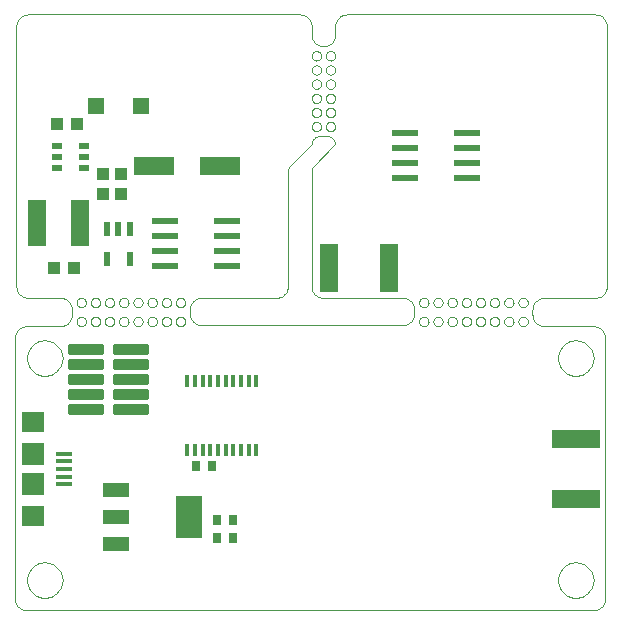
<source format=gtp>
G75*
%MOIN*%
%OFA0B0*%
%FSLAX24Y24*%
%IPPOS*%
%LPD*%
%AMOC8*
5,1,8,0,0,1.08239X$1,22.5*
%
%ADD10C,0.0000*%
%ADD11R,0.0120X0.0390*%
%ADD12R,0.0551X0.0138*%
%ADD13R,0.0748X0.0709*%
%ADD14R,0.0748X0.0748*%
%ADD15R,0.0880X0.0480*%
%ADD16R,0.0866X0.1417*%
%ADD17R,0.1600X0.0600*%
%ADD18C,0.0104*%
%ADD19R,0.0295X0.0354*%
%ADD20R,0.0870X0.0240*%
%ADD21R,0.0354X0.0236*%
%ADD22R,0.0217X0.0472*%
%ADD23R,0.0591X0.1575*%
%ADD24R,0.0433X0.0394*%
%ADD25R,0.0551X0.0551*%
%ADD26R,0.1378X0.0630*%
%ADD27R,0.0394X0.0433*%
%ADD28R,0.0600X0.1600*%
D10*
X003717Y001725D02*
X003717Y010398D01*
X003719Y010437D01*
X003725Y010475D01*
X003734Y010512D01*
X003747Y010549D01*
X003764Y010584D01*
X003783Y010617D01*
X003806Y010648D01*
X003832Y010677D01*
X003861Y010703D01*
X003892Y010726D01*
X003925Y010745D01*
X003960Y010762D01*
X003997Y010775D01*
X004034Y010784D01*
X004072Y010790D01*
X004111Y010792D01*
X005225Y010792D01*
X005225Y010791D02*
X005264Y010793D01*
X005302Y010799D01*
X005339Y010808D01*
X005376Y010821D01*
X005411Y010838D01*
X005444Y010857D01*
X005475Y010880D01*
X005504Y010906D01*
X005530Y010935D01*
X005553Y010966D01*
X005572Y010999D01*
X005589Y011034D01*
X005602Y011071D01*
X005611Y011108D01*
X005617Y011146D01*
X005619Y011185D01*
X005618Y011185D02*
X005618Y011264D01*
X005619Y011342D01*
X005776Y011579D02*
X005778Y011604D01*
X005784Y011628D01*
X005793Y011650D01*
X005806Y011671D01*
X005822Y011690D01*
X005841Y011706D01*
X005862Y011719D01*
X005884Y011728D01*
X005908Y011734D01*
X005933Y011736D01*
X005958Y011734D01*
X005982Y011728D01*
X006004Y011719D01*
X006025Y011706D01*
X006044Y011690D01*
X006060Y011671D01*
X006073Y011650D01*
X006082Y011628D01*
X006088Y011604D01*
X006090Y011579D01*
X006088Y011554D01*
X006082Y011530D01*
X006073Y011508D01*
X006060Y011487D01*
X006044Y011468D01*
X006025Y011452D01*
X006004Y011439D01*
X005982Y011430D01*
X005958Y011424D01*
X005933Y011422D01*
X005908Y011424D01*
X005884Y011430D01*
X005862Y011439D01*
X005841Y011452D01*
X005822Y011468D01*
X005806Y011487D01*
X005793Y011508D01*
X005784Y011530D01*
X005778Y011554D01*
X005776Y011579D01*
X005225Y011736D02*
X004161Y011736D01*
X004122Y011738D01*
X004084Y011744D01*
X004047Y011753D01*
X004010Y011766D01*
X003975Y011783D01*
X003942Y011802D01*
X003911Y011825D01*
X003882Y011851D01*
X003856Y011880D01*
X003833Y011911D01*
X003814Y011944D01*
X003797Y011979D01*
X003784Y012016D01*
X003775Y012053D01*
X003769Y012091D01*
X003767Y012130D01*
X003767Y020791D01*
X003769Y020830D01*
X003775Y020868D01*
X003784Y020905D01*
X003797Y020942D01*
X003814Y020977D01*
X003833Y021010D01*
X003856Y021041D01*
X003882Y021070D01*
X003911Y021096D01*
X003942Y021119D01*
X003975Y021138D01*
X004010Y021155D01*
X004047Y021168D01*
X004084Y021177D01*
X004122Y021183D01*
X004161Y021185D01*
X013216Y021185D01*
X013254Y021183D01*
X013293Y021177D01*
X013330Y021168D01*
X013366Y021155D01*
X013401Y021139D01*
X013435Y021119D01*
X013466Y021096D01*
X013494Y021070D01*
X013520Y021041D01*
X013543Y021010D01*
X013563Y020977D01*
X013580Y020942D01*
X013593Y020906D01*
X013602Y020869D01*
X013608Y020831D01*
X013610Y020792D01*
X013609Y020792D02*
X013610Y020515D01*
X013609Y020515D02*
X013611Y020476D01*
X013617Y020438D01*
X013626Y020401D01*
X013639Y020364D01*
X013656Y020330D01*
X013676Y020297D01*
X013699Y020266D01*
X013725Y020237D01*
X013753Y020211D01*
X013784Y020188D01*
X013818Y020168D01*
X013852Y020152D01*
X013889Y020139D01*
X013926Y020130D01*
X013964Y020124D01*
X014003Y020122D01*
X014004Y020122D01*
X013611Y019807D02*
X013613Y019832D01*
X013619Y019856D01*
X013628Y019878D01*
X013641Y019899D01*
X013657Y019918D01*
X013676Y019934D01*
X013697Y019947D01*
X013719Y019956D01*
X013743Y019962D01*
X013768Y019964D01*
X013793Y019962D01*
X013817Y019956D01*
X013839Y019947D01*
X013860Y019934D01*
X013879Y019918D01*
X013895Y019899D01*
X013908Y019878D01*
X013917Y019856D01*
X013923Y019832D01*
X013925Y019807D01*
X013923Y019782D01*
X013917Y019758D01*
X013908Y019736D01*
X013895Y019715D01*
X013879Y019696D01*
X013860Y019680D01*
X013839Y019667D01*
X013817Y019658D01*
X013793Y019652D01*
X013768Y019650D01*
X013743Y019652D01*
X013719Y019658D01*
X013697Y019667D01*
X013676Y019680D01*
X013657Y019696D01*
X013641Y019715D01*
X013628Y019736D01*
X013619Y019758D01*
X013613Y019782D01*
X013611Y019807D01*
X013611Y019335D02*
X013613Y019360D01*
X013619Y019384D01*
X013628Y019406D01*
X013641Y019427D01*
X013657Y019446D01*
X013676Y019462D01*
X013697Y019475D01*
X013719Y019484D01*
X013743Y019490D01*
X013768Y019492D01*
X013793Y019490D01*
X013817Y019484D01*
X013839Y019475D01*
X013860Y019462D01*
X013879Y019446D01*
X013895Y019427D01*
X013908Y019406D01*
X013917Y019384D01*
X013923Y019360D01*
X013925Y019335D01*
X013923Y019310D01*
X013917Y019286D01*
X013908Y019264D01*
X013895Y019243D01*
X013879Y019224D01*
X013860Y019208D01*
X013839Y019195D01*
X013817Y019186D01*
X013793Y019180D01*
X013768Y019178D01*
X013743Y019180D01*
X013719Y019186D01*
X013697Y019195D01*
X013676Y019208D01*
X013657Y019224D01*
X013641Y019243D01*
X013628Y019264D01*
X013619Y019286D01*
X013613Y019310D01*
X013611Y019335D01*
X013611Y018863D02*
X013613Y018888D01*
X013619Y018912D01*
X013628Y018934D01*
X013641Y018955D01*
X013657Y018974D01*
X013676Y018990D01*
X013697Y019003D01*
X013719Y019012D01*
X013743Y019018D01*
X013768Y019020D01*
X013793Y019018D01*
X013817Y019012D01*
X013839Y019003D01*
X013860Y018990D01*
X013879Y018974D01*
X013895Y018955D01*
X013908Y018934D01*
X013917Y018912D01*
X013923Y018888D01*
X013925Y018863D01*
X013923Y018838D01*
X013917Y018814D01*
X013908Y018792D01*
X013895Y018771D01*
X013879Y018752D01*
X013860Y018736D01*
X013839Y018723D01*
X013817Y018714D01*
X013793Y018708D01*
X013768Y018706D01*
X013743Y018708D01*
X013719Y018714D01*
X013697Y018723D01*
X013676Y018736D01*
X013657Y018752D01*
X013641Y018771D01*
X013628Y018792D01*
X013619Y018814D01*
X013613Y018838D01*
X013611Y018863D01*
X014084Y018863D02*
X014086Y018888D01*
X014092Y018912D01*
X014101Y018934D01*
X014114Y018955D01*
X014130Y018974D01*
X014149Y018990D01*
X014170Y019003D01*
X014192Y019012D01*
X014216Y019018D01*
X014241Y019020D01*
X014266Y019018D01*
X014290Y019012D01*
X014312Y019003D01*
X014333Y018990D01*
X014352Y018974D01*
X014368Y018955D01*
X014381Y018934D01*
X014390Y018912D01*
X014396Y018888D01*
X014398Y018863D01*
X014396Y018838D01*
X014390Y018814D01*
X014381Y018792D01*
X014368Y018771D01*
X014352Y018752D01*
X014333Y018736D01*
X014312Y018723D01*
X014290Y018714D01*
X014266Y018708D01*
X014241Y018706D01*
X014216Y018708D01*
X014192Y018714D01*
X014170Y018723D01*
X014149Y018736D01*
X014130Y018752D01*
X014114Y018771D01*
X014101Y018792D01*
X014092Y018814D01*
X014086Y018838D01*
X014084Y018863D01*
X014084Y019335D02*
X014086Y019360D01*
X014092Y019384D01*
X014101Y019406D01*
X014114Y019427D01*
X014130Y019446D01*
X014149Y019462D01*
X014170Y019475D01*
X014192Y019484D01*
X014216Y019490D01*
X014241Y019492D01*
X014266Y019490D01*
X014290Y019484D01*
X014312Y019475D01*
X014333Y019462D01*
X014352Y019446D01*
X014368Y019427D01*
X014381Y019406D01*
X014390Y019384D01*
X014396Y019360D01*
X014398Y019335D01*
X014396Y019310D01*
X014390Y019286D01*
X014381Y019264D01*
X014368Y019243D01*
X014352Y019224D01*
X014333Y019208D01*
X014312Y019195D01*
X014290Y019186D01*
X014266Y019180D01*
X014241Y019178D01*
X014216Y019180D01*
X014192Y019186D01*
X014170Y019195D01*
X014149Y019208D01*
X014130Y019224D01*
X014114Y019243D01*
X014101Y019264D01*
X014092Y019286D01*
X014086Y019310D01*
X014084Y019335D01*
X014084Y019807D02*
X014086Y019832D01*
X014092Y019856D01*
X014101Y019878D01*
X014114Y019899D01*
X014130Y019918D01*
X014149Y019934D01*
X014170Y019947D01*
X014192Y019956D01*
X014216Y019962D01*
X014241Y019964D01*
X014266Y019962D01*
X014290Y019956D01*
X014312Y019947D01*
X014333Y019934D01*
X014352Y019918D01*
X014368Y019899D01*
X014381Y019878D01*
X014390Y019856D01*
X014396Y019832D01*
X014398Y019807D01*
X014396Y019782D01*
X014390Y019758D01*
X014381Y019736D01*
X014368Y019715D01*
X014352Y019696D01*
X014333Y019680D01*
X014312Y019667D01*
X014290Y019658D01*
X014266Y019652D01*
X014241Y019650D01*
X014216Y019652D01*
X014192Y019658D01*
X014170Y019667D01*
X014149Y019680D01*
X014130Y019696D01*
X014114Y019715D01*
X014101Y019736D01*
X014092Y019758D01*
X014086Y019782D01*
X014084Y019807D01*
X014004Y020122D02*
X014043Y020124D01*
X014081Y020130D01*
X014118Y020139D01*
X014155Y020152D01*
X014190Y020169D01*
X014223Y020188D01*
X014254Y020211D01*
X014283Y020237D01*
X014309Y020266D01*
X014332Y020297D01*
X014351Y020330D01*
X014368Y020365D01*
X014381Y020402D01*
X014390Y020439D01*
X014396Y020477D01*
X014398Y020516D01*
X014398Y020792D01*
X014400Y020831D01*
X014406Y020869D01*
X014415Y020906D01*
X014428Y020943D01*
X014445Y020978D01*
X014464Y021011D01*
X014487Y021042D01*
X014513Y021071D01*
X014542Y021097D01*
X014573Y021120D01*
X014606Y021139D01*
X014641Y021156D01*
X014678Y021169D01*
X014715Y021178D01*
X014753Y021184D01*
X014792Y021186D01*
X014792Y021185D02*
X023059Y021185D01*
X023059Y021186D02*
X023098Y021184D01*
X023136Y021178D01*
X023173Y021169D01*
X023210Y021156D01*
X023245Y021139D01*
X023278Y021120D01*
X023309Y021097D01*
X023338Y021071D01*
X023364Y021042D01*
X023387Y021011D01*
X023406Y020978D01*
X023423Y020943D01*
X023436Y020906D01*
X023445Y020869D01*
X023451Y020831D01*
X023453Y020792D01*
X023453Y012130D01*
X023451Y012091D01*
X023445Y012053D01*
X023436Y012016D01*
X023423Y011979D01*
X023406Y011944D01*
X023387Y011911D01*
X023364Y011880D01*
X023338Y011851D01*
X023309Y011825D01*
X023278Y011802D01*
X023245Y011783D01*
X023210Y011766D01*
X023173Y011753D01*
X023136Y011744D01*
X023098Y011738D01*
X023059Y011736D01*
X023059Y011737D02*
X021367Y011737D01*
X021328Y011735D01*
X021290Y011729D01*
X021253Y011720D01*
X021216Y011707D01*
X021181Y011690D01*
X021148Y011671D01*
X021117Y011648D01*
X021088Y011622D01*
X021062Y011593D01*
X021039Y011562D01*
X021020Y011529D01*
X021003Y011494D01*
X020990Y011457D01*
X020981Y011420D01*
X020975Y011382D01*
X020973Y011343D01*
X020973Y011304D01*
X020973Y011185D01*
X020501Y010949D02*
X020503Y010974D01*
X020509Y010998D01*
X020518Y011020D01*
X020531Y011041D01*
X020547Y011060D01*
X020566Y011076D01*
X020587Y011089D01*
X020609Y011098D01*
X020633Y011104D01*
X020658Y011106D01*
X020683Y011104D01*
X020707Y011098D01*
X020729Y011089D01*
X020750Y011076D01*
X020769Y011060D01*
X020785Y011041D01*
X020798Y011020D01*
X020807Y010998D01*
X020813Y010974D01*
X020815Y010949D01*
X020813Y010924D01*
X020807Y010900D01*
X020798Y010878D01*
X020785Y010857D01*
X020769Y010838D01*
X020750Y010822D01*
X020729Y010809D01*
X020707Y010800D01*
X020683Y010794D01*
X020658Y010792D01*
X020633Y010794D01*
X020609Y010800D01*
X020587Y010809D01*
X020566Y010822D01*
X020547Y010838D01*
X020531Y010857D01*
X020518Y010878D01*
X020509Y010900D01*
X020503Y010924D01*
X020501Y010949D01*
X020028Y010949D02*
X020030Y010974D01*
X020036Y010998D01*
X020045Y011020D01*
X020058Y011041D01*
X020074Y011060D01*
X020093Y011076D01*
X020114Y011089D01*
X020136Y011098D01*
X020160Y011104D01*
X020185Y011106D01*
X020210Y011104D01*
X020234Y011098D01*
X020256Y011089D01*
X020277Y011076D01*
X020296Y011060D01*
X020312Y011041D01*
X020325Y011020D01*
X020334Y010998D01*
X020340Y010974D01*
X020342Y010949D01*
X020340Y010924D01*
X020334Y010900D01*
X020325Y010878D01*
X020312Y010857D01*
X020296Y010838D01*
X020277Y010822D01*
X020256Y010809D01*
X020234Y010800D01*
X020210Y010794D01*
X020185Y010792D01*
X020160Y010794D01*
X020136Y010800D01*
X020114Y010809D01*
X020093Y010822D01*
X020074Y010838D01*
X020058Y010857D01*
X020045Y010878D01*
X020036Y010900D01*
X020030Y010924D01*
X020028Y010949D01*
X019556Y010949D02*
X019558Y010974D01*
X019564Y010998D01*
X019573Y011020D01*
X019586Y011041D01*
X019602Y011060D01*
X019621Y011076D01*
X019642Y011089D01*
X019664Y011098D01*
X019688Y011104D01*
X019713Y011106D01*
X019738Y011104D01*
X019762Y011098D01*
X019784Y011089D01*
X019805Y011076D01*
X019824Y011060D01*
X019840Y011041D01*
X019853Y011020D01*
X019862Y010998D01*
X019868Y010974D01*
X019870Y010949D01*
X019868Y010924D01*
X019862Y010900D01*
X019853Y010878D01*
X019840Y010857D01*
X019824Y010838D01*
X019805Y010822D01*
X019784Y010809D01*
X019762Y010800D01*
X019738Y010794D01*
X019713Y010792D01*
X019688Y010794D01*
X019664Y010800D01*
X019642Y010809D01*
X019621Y010822D01*
X019602Y010838D01*
X019586Y010857D01*
X019573Y010878D01*
X019564Y010900D01*
X019558Y010924D01*
X019556Y010949D01*
X019084Y010949D02*
X019086Y010974D01*
X019092Y010998D01*
X019101Y011020D01*
X019114Y011041D01*
X019130Y011060D01*
X019149Y011076D01*
X019170Y011089D01*
X019192Y011098D01*
X019216Y011104D01*
X019241Y011106D01*
X019266Y011104D01*
X019290Y011098D01*
X019312Y011089D01*
X019333Y011076D01*
X019352Y011060D01*
X019368Y011041D01*
X019381Y011020D01*
X019390Y010998D01*
X019396Y010974D01*
X019398Y010949D01*
X019396Y010924D01*
X019390Y010900D01*
X019381Y010878D01*
X019368Y010857D01*
X019352Y010838D01*
X019333Y010822D01*
X019312Y010809D01*
X019290Y010800D01*
X019266Y010794D01*
X019241Y010792D01*
X019216Y010794D01*
X019192Y010800D01*
X019170Y010809D01*
X019149Y010822D01*
X019130Y010838D01*
X019114Y010857D01*
X019101Y010878D01*
X019092Y010900D01*
X019086Y010924D01*
X019084Y010949D01*
X018611Y010949D02*
X018613Y010974D01*
X018619Y010998D01*
X018628Y011020D01*
X018641Y011041D01*
X018657Y011060D01*
X018676Y011076D01*
X018697Y011089D01*
X018719Y011098D01*
X018743Y011104D01*
X018768Y011106D01*
X018793Y011104D01*
X018817Y011098D01*
X018839Y011089D01*
X018860Y011076D01*
X018879Y011060D01*
X018895Y011041D01*
X018908Y011020D01*
X018917Y010998D01*
X018923Y010974D01*
X018925Y010949D01*
X018923Y010924D01*
X018917Y010900D01*
X018908Y010878D01*
X018895Y010857D01*
X018879Y010838D01*
X018860Y010822D01*
X018839Y010809D01*
X018817Y010800D01*
X018793Y010794D01*
X018768Y010792D01*
X018743Y010794D01*
X018719Y010800D01*
X018697Y010809D01*
X018676Y010822D01*
X018657Y010838D01*
X018641Y010857D01*
X018628Y010878D01*
X018619Y010900D01*
X018613Y010924D01*
X018611Y010949D01*
X018139Y010949D02*
X018141Y010974D01*
X018147Y010998D01*
X018156Y011020D01*
X018169Y011041D01*
X018185Y011060D01*
X018204Y011076D01*
X018225Y011089D01*
X018247Y011098D01*
X018271Y011104D01*
X018296Y011106D01*
X018321Y011104D01*
X018345Y011098D01*
X018367Y011089D01*
X018388Y011076D01*
X018407Y011060D01*
X018423Y011041D01*
X018436Y011020D01*
X018445Y010998D01*
X018451Y010974D01*
X018453Y010949D01*
X018451Y010924D01*
X018445Y010900D01*
X018436Y010878D01*
X018423Y010857D01*
X018407Y010838D01*
X018388Y010822D01*
X018367Y010809D01*
X018345Y010800D01*
X018321Y010794D01*
X018296Y010792D01*
X018271Y010794D01*
X018247Y010800D01*
X018225Y010809D01*
X018204Y010822D01*
X018185Y010838D01*
X018169Y010857D01*
X018156Y010878D01*
X018147Y010900D01*
X018141Y010924D01*
X018139Y010949D01*
X017666Y010949D02*
X017668Y010974D01*
X017674Y010998D01*
X017683Y011020D01*
X017696Y011041D01*
X017712Y011060D01*
X017731Y011076D01*
X017752Y011089D01*
X017774Y011098D01*
X017798Y011104D01*
X017823Y011106D01*
X017848Y011104D01*
X017872Y011098D01*
X017894Y011089D01*
X017915Y011076D01*
X017934Y011060D01*
X017950Y011041D01*
X017963Y011020D01*
X017972Y010998D01*
X017978Y010974D01*
X017980Y010949D01*
X017978Y010924D01*
X017972Y010900D01*
X017963Y010878D01*
X017950Y010857D01*
X017934Y010838D01*
X017915Y010822D01*
X017894Y010809D01*
X017872Y010800D01*
X017848Y010794D01*
X017823Y010792D01*
X017798Y010794D01*
X017774Y010800D01*
X017752Y010809D01*
X017731Y010822D01*
X017712Y010838D01*
X017696Y010857D01*
X017683Y010878D01*
X017674Y010900D01*
X017668Y010924D01*
X017666Y010949D01*
X017194Y010949D02*
X017196Y010974D01*
X017202Y010998D01*
X017211Y011020D01*
X017224Y011041D01*
X017240Y011060D01*
X017259Y011076D01*
X017280Y011089D01*
X017302Y011098D01*
X017326Y011104D01*
X017351Y011106D01*
X017376Y011104D01*
X017400Y011098D01*
X017422Y011089D01*
X017443Y011076D01*
X017462Y011060D01*
X017478Y011041D01*
X017491Y011020D01*
X017500Y010998D01*
X017506Y010974D01*
X017508Y010949D01*
X017506Y010924D01*
X017500Y010900D01*
X017491Y010878D01*
X017478Y010857D01*
X017462Y010838D01*
X017443Y010822D01*
X017422Y010809D01*
X017400Y010800D01*
X017376Y010794D01*
X017351Y010792D01*
X017326Y010794D01*
X017302Y010800D01*
X017280Y010809D01*
X017259Y010822D01*
X017240Y010838D01*
X017224Y010857D01*
X017211Y010878D01*
X017202Y010900D01*
X017196Y010924D01*
X017194Y010949D01*
X017036Y011225D02*
X017036Y011304D01*
X017036Y011343D01*
X017034Y011382D01*
X017028Y011420D01*
X017019Y011457D01*
X017006Y011494D01*
X016989Y011529D01*
X016970Y011562D01*
X016947Y011593D01*
X016921Y011622D01*
X016892Y011648D01*
X016861Y011671D01*
X016828Y011690D01*
X016793Y011707D01*
X016756Y011720D01*
X016719Y011729D01*
X016681Y011735D01*
X016642Y011737D01*
X014004Y011737D01*
X014004Y011736D02*
X013965Y011738D01*
X013927Y011744D01*
X013890Y011753D01*
X013853Y011766D01*
X013818Y011783D01*
X013785Y011802D01*
X013754Y011825D01*
X013725Y011851D01*
X013699Y011880D01*
X013676Y011911D01*
X013657Y011944D01*
X013640Y011979D01*
X013627Y012016D01*
X013618Y012053D01*
X013612Y012091D01*
X013610Y012130D01*
X013611Y012130D02*
X013611Y016067D01*
X014398Y016855D01*
X014396Y016886D01*
X014391Y016916D01*
X014383Y016946D01*
X014371Y016975D01*
X014356Y017002D01*
X014338Y017027D01*
X014317Y017050D01*
X014294Y017071D01*
X014269Y017089D01*
X014242Y017104D01*
X014213Y017116D01*
X014183Y017124D01*
X014153Y017129D01*
X014122Y017131D01*
X014122Y017130D02*
X014004Y017130D01*
X013887Y017130D01*
X013856Y017128D01*
X013826Y017123D01*
X013796Y017115D01*
X013767Y017103D01*
X013740Y017088D01*
X013715Y017070D01*
X013692Y017049D01*
X013671Y017026D01*
X013653Y017001D01*
X013638Y016974D01*
X013626Y016945D01*
X013617Y016916D01*
X013612Y016885D01*
X013610Y016854D01*
X013609Y016854D02*
X012937Y016182D01*
X012822Y015904D02*
X012822Y012130D01*
X012822Y012129D02*
X012820Y012091D01*
X012814Y012053D01*
X012804Y012016D01*
X012791Y011979D01*
X012775Y011944D01*
X012755Y011911D01*
X012732Y011881D01*
X012706Y011852D01*
X012677Y011826D01*
X012647Y011803D01*
X012613Y011783D01*
X012579Y011767D01*
X012542Y011754D01*
X012505Y011744D01*
X012467Y011738D01*
X012428Y011736D01*
X009949Y011737D01*
X009910Y011735D01*
X009872Y011729D01*
X009835Y011720D01*
X009798Y011707D01*
X009763Y011690D01*
X009730Y011671D01*
X009699Y011648D01*
X009670Y011622D01*
X009644Y011593D01*
X009621Y011562D01*
X009602Y011529D01*
X009585Y011494D01*
X009572Y011457D01*
X009563Y011420D01*
X009557Y011382D01*
X009555Y011343D01*
X009555Y011225D01*
X009084Y011579D02*
X009086Y011604D01*
X009092Y011628D01*
X009101Y011650D01*
X009114Y011671D01*
X009130Y011690D01*
X009149Y011706D01*
X009170Y011719D01*
X009192Y011728D01*
X009216Y011734D01*
X009241Y011736D01*
X009266Y011734D01*
X009290Y011728D01*
X009312Y011719D01*
X009333Y011706D01*
X009352Y011690D01*
X009368Y011671D01*
X009381Y011650D01*
X009390Y011628D01*
X009396Y011604D01*
X009398Y011579D01*
X009396Y011554D01*
X009390Y011530D01*
X009381Y011508D01*
X009368Y011487D01*
X009352Y011468D01*
X009333Y011452D01*
X009312Y011439D01*
X009290Y011430D01*
X009266Y011424D01*
X009241Y011422D01*
X009216Y011424D01*
X009192Y011430D01*
X009170Y011439D01*
X009149Y011452D01*
X009130Y011468D01*
X009114Y011487D01*
X009101Y011508D01*
X009092Y011530D01*
X009086Y011554D01*
X009084Y011579D01*
X008611Y011579D02*
X008613Y011604D01*
X008619Y011628D01*
X008628Y011650D01*
X008641Y011671D01*
X008657Y011690D01*
X008676Y011706D01*
X008697Y011719D01*
X008719Y011728D01*
X008743Y011734D01*
X008768Y011736D01*
X008793Y011734D01*
X008817Y011728D01*
X008839Y011719D01*
X008860Y011706D01*
X008879Y011690D01*
X008895Y011671D01*
X008908Y011650D01*
X008917Y011628D01*
X008923Y011604D01*
X008925Y011579D01*
X008923Y011554D01*
X008917Y011530D01*
X008908Y011508D01*
X008895Y011487D01*
X008879Y011468D01*
X008860Y011452D01*
X008839Y011439D01*
X008817Y011430D01*
X008793Y011424D01*
X008768Y011422D01*
X008743Y011424D01*
X008719Y011430D01*
X008697Y011439D01*
X008676Y011452D01*
X008657Y011468D01*
X008641Y011487D01*
X008628Y011508D01*
X008619Y011530D01*
X008613Y011554D01*
X008611Y011579D01*
X008139Y011579D02*
X008141Y011604D01*
X008147Y011628D01*
X008156Y011650D01*
X008169Y011671D01*
X008185Y011690D01*
X008204Y011706D01*
X008225Y011719D01*
X008247Y011728D01*
X008271Y011734D01*
X008296Y011736D01*
X008321Y011734D01*
X008345Y011728D01*
X008367Y011719D01*
X008388Y011706D01*
X008407Y011690D01*
X008423Y011671D01*
X008436Y011650D01*
X008445Y011628D01*
X008451Y011604D01*
X008453Y011579D01*
X008451Y011554D01*
X008445Y011530D01*
X008436Y011508D01*
X008423Y011487D01*
X008407Y011468D01*
X008388Y011452D01*
X008367Y011439D01*
X008345Y011430D01*
X008321Y011424D01*
X008296Y011422D01*
X008271Y011424D01*
X008247Y011430D01*
X008225Y011439D01*
X008204Y011452D01*
X008185Y011468D01*
X008169Y011487D01*
X008156Y011508D01*
X008147Y011530D01*
X008141Y011554D01*
X008139Y011579D01*
X007666Y011579D02*
X007668Y011604D01*
X007674Y011628D01*
X007683Y011650D01*
X007696Y011671D01*
X007712Y011690D01*
X007731Y011706D01*
X007752Y011719D01*
X007774Y011728D01*
X007798Y011734D01*
X007823Y011736D01*
X007848Y011734D01*
X007872Y011728D01*
X007894Y011719D01*
X007915Y011706D01*
X007934Y011690D01*
X007950Y011671D01*
X007963Y011650D01*
X007972Y011628D01*
X007978Y011604D01*
X007980Y011579D01*
X007978Y011554D01*
X007972Y011530D01*
X007963Y011508D01*
X007950Y011487D01*
X007934Y011468D01*
X007915Y011452D01*
X007894Y011439D01*
X007872Y011430D01*
X007848Y011424D01*
X007823Y011422D01*
X007798Y011424D01*
X007774Y011430D01*
X007752Y011439D01*
X007731Y011452D01*
X007712Y011468D01*
X007696Y011487D01*
X007683Y011508D01*
X007674Y011530D01*
X007668Y011554D01*
X007666Y011579D01*
X007194Y011579D02*
X007196Y011604D01*
X007202Y011628D01*
X007211Y011650D01*
X007224Y011671D01*
X007240Y011690D01*
X007259Y011706D01*
X007280Y011719D01*
X007302Y011728D01*
X007326Y011734D01*
X007351Y011736D01*
X007376Y011734D01*
X007400Y011728D01*
X007422Y011719D01*
X007443Y011706D01*
X007462Y011690D01*
X007478Y011671D01*
X007491Y011650D01*
X007500Y011628D01*
X007506Y011604D01*
X007508Y011579D01*
X007506Y011554D01*
X007500Y011530D01*
X007491Y011508D01*
X007478Y011487D01*
X007462Y011468D01*
X007443Y011452D01*
X007422Y011439D01*
X007400Y011430D01*
X007376Y011424D01*
X007351Y011422D01*
X007326Y011424D01*
X007302Y011430D01*
X007280Y011439D01*
X007259Y011452D01*
X007240Y011468D01*
X007224Y011487D01*
X007211Y011508D01*
X007202Y011530D01*
X007196Y011554D01*
X007194Y011579D01*
X006721Y011579D02*
X006723Y011604D01*
X006729Y011628D01*
X006738Y011650D01*
X006751Y011671D01*
X006767Y011690D01*
X006786Y011706D01*
X006807Y011719D01*
X006829Y011728D01*
X006853Y011734D01*
X006878Y011736D01*
X006903Y011734D01*
X006927Y011728D01*
X006949Y011719D01*
X006970Y011706D01*
X006989Y011690D01*
X007005Y011671D01*
X007018Y011650D01*
X007027Y011628D01*
X007033Y011604D01*
X007035Y011579D01*
X007033Y011554D01*
X007027Y011530D01*
X007018Y011508D01*
X007005Y011487D01*
X006989Y011468D01*
X006970Y011452D01*
X006949Y011439D01*
X006927Y011430D01*
X006903Y011424D01*
X006878Y011422D01*
X006853Y011424D01*
X006829Y011430D01*
X006807Y011439D01*
X006786Y011452D01*
X006767Y011468D01*
X006751Y011487D01*
X006738Y011508D01*
X006729Y011530D01*
X006723Y011554D01*
X006721Y011579D01*
X006249Y011579D02*
X006251Y011604D01*
X006257Y011628D01*
X006266Y011650D01*
X006279Y011671D01*
X006295Y011690D01*
X006314Y011706D01*
X006335Y011719D01*
X006357Y011728D01*
X006381Y011734D01*
X006406Y011736D01*
X006431Y011734D01*
X006455Y011728D01*
X006477Y011719D01*
X006498Y011706D01*
X006517Y011690D01*
X006533Y011671D01*
X006546Y011650D01*
X006555Y011628D01*
X006561Y011604D01*
X006563Y011579D01*
X006561Y011554D01*
X006555Y011530D01*
X006546Y011508D01*
X006533Y011487D01*
X006517Y011468D01*
X006498Y011452D01*
X006477Y011439D01*
X006455Y011430D01*
X006431Y011424D01*
X006406Y011422D01*
X006381Y011424D01*
X006357Y011430D01*
X006335Y011439D01*
X006314Y011452D01*
X006295Y011468D01*
X006279Y011487D01*
X006266Y011508D01*
X006257Y011530D01*
X006251Y011554D01*
X006249Y011579D01*
X006249Y010949D02*
X006251Y010974D01*
X006257Y010998D01*
X006266Y011020D01*
X006279Y011041D01*
X006295Y011060D01*
X006314Y011076D01*
X006335Y011089D01*
X006357Y011098D01*
X006381Y011104D01*
X006406Y011106D01*
X006431Y011104D01*
X006455Y011098D01*
X006477Y011089D01*
X006498Y011076D01*
X006517Y011060D01*
X006533Y011041D01*
X006546Y011020D01*
X006555Y010998D01*
X006561Y010974D01*
X006563Y010949D01*
X006561Y010924D01*
X006555Y010900D01*
X006546Y010878D01*
X006533Y010857D01*
X006517Y010838D01*
X006498Y010822D01*
X006477Y010809D01*
X006455Y010800D01*
X006431Y010794D01*
X006406Y010792D01*
X006381Y010794D01*
X006357Y010800D01*
X006335Y010809D01*
X006314Y010822D01*
X006295Y010838D01*
X006279Y010857D01*
X006266Y010878D01*
X006257Y010900D01*
X006251Y010924D01*
X006249Y010949D01*
X005776Y010949D02*
X005778Y010974D01*
X005784Y010998D01*
X005793Y011020D01*
X005806Y011041D01*
X005822Y011060D01*
X005841Y011076D01*
X005862Y011089D01*
X005884Y011098D01*
X005908Y011104D01*
X005933Y011106D01*
X005958Y011104D01*
X005982Y011098D01*
X006004Y011089D01*
X006025Y011076D01*
X006044Y011060D01*
X006060Y011041D01*
X006073Y011020D01*
X006082Y010998D01*
X006088Y010974D01*
X006090Y010949D01*
X006088Y010924D01*
X006082Y010900D01*
X006073Y010878D01*
X006060Y010857D01*
X006044Y010838D01*
X006025Y010822D01*
X006004Y010809D01*
X005982Y010800D01*
X005958Y010794D01*
X005933Y010792D01*
X005908Y010794D01*
X005884Y010800D01*
X005862Y010809D01*
X005841Y010822D01*
X005822Y010838D01*
X005806Y010857D01*
X005793Y010878D01*
X005784Y010900D01*
X005778Y010924D01*
X005776Y010949D01*
X005619Y011343D02*
X005617Y011381D01*
X005611Y011420D01*
X005602Y011457D01*
X005589Y011494D01*
X005573Y011529D01*
X005553Y011562D01*
X005530Y011593D01*
X005504Y011622D01*
X005475Y011648D01*
X005444Y011671D01*
X005411Y011690D01*
X005376Y011707D01*
X005339Y011720D01*
X005302Y011729D01*
X005264Y011735D01*
X005225Y011737D01*
X006721Y010949D02*
X006723Y010974D01*
X006729Y010998D01*
X006738Y011020D01*
X006751Y011041D01*
X006767Y011060D01*
X006786Y011076D01*
X006807Y011089D01*
X006829Y011098D01*
X006853Y011104D01*
X006878Y011106D01*
X006903Y011104D01*
X006927Y011098D01*
X006949Y011089D01*
X006970Y011076D01*
X006989Y011060D01*
X007005Y011041D01*
X007018Y011020D01*
X007027Y010998D01*
X007033Y010974D01*
X007035Y010949D01*
X007033Y010924D01*
X007027Y010900D01*
X007018Y010878D01*
X007005Y010857D01*
X006989Y010838D01*
X006970Y010822D01*
X006949Y010809D01*
X006927Y010800D01*
X006903Y010794D01*
X006878Y010792D01*
X006853Y010794D01*
X006829Y010800D01*
X006807Y010809D01*
X006786Y010822D01*
X006767Y010838D01*
X006751Y010857D01*
X006738Y010878D01*
X006729Y010900D01*
X006723Y010924D01*
X006721Y010949D01*
X007194Y010949D02*
X007196Y010974D01*
X007202Y010998D01*
X007211Y011020D01*
X007224Y011041D01*
X007240Y011060D01*
X007259Y011076D01*
X007280Y011089D01*
X007302Y011098D01*
X007326Y011104D01*
X007351Y011106D01*
X007376Y011104D01*
X007400Y011098D01*
X007422Y011089D01*
X007443Y011076D01*
X007462Y011060D01*
X007478Y011041D01*
X007491Y011020D01*
X007500Y010998D01*
X007506Y010974D01*
X007508Y010949D01*
X007506Y010924D01*
X007500Y010900D01*
X007491Y010878D01*
X007478Y010857D01*
X007462Y010838D01*
X007443Y010822D01*
X007422Y010809D01*
X007400Y010800D01*
X007376Y010794D01*
X007351Y010792D01*
X007326Y010794D01*
X007302Y010800D01*
X007280Y010809D01*
X007259Y010822D01*
X007240Y010838D01*
X007224Y010857D01*
X007211Y010878D01*
X007202Y010900D01*
X007196Y010924D01*
X007194Y010949D01*
X007666Y010949D02*
X007668Y010974D01*
X007674Y010998D01*
X007683Y011020D01*
X007696Y011041D01*
X007712Y011060D01*
X007731Y011076D01*
X007752Y011089D01*
X007774Y011098D01*
X007798Y011104D01*
X007823Y011106D01*
X007848Y011104D01*
X007872Y011098D01*
X007894Y011089D01*
X007915Y011076D01*
X007934Y011060D01*
X007950Y011041D01*
X007963Y011020D01*
X007972Y010998D01*
X007978Y010974D01*
X007980Y010949D01*
X007978Y010924D01*
X007972Y010900D01*
X007963Y010878D01*
X007950Y010857D01*
X007934Y010838D01*
X007915Y010822D01*
X007894Y010809D01*
X007872Y010800D01*
X007848Y010794D01*
X007823Y010792D01*
X007798Y010794D01*
X007774Y010800D01*
X007752Y010809D01*
X007731Y010822D01*
X007712Y010838D01*
X007696Y010857D01*
X007683Y010878D01*
X007674Y010900D01*
X007668Y010924D01*
X007666Y010949D01*
X008139Y010949D02*
X008141Y010974D01*
X008147Y010998D01*
X008156Y011020D01*
X008169Y011041D01*
X008185Y011060D01*
X008204Y011076D01*
X008225Y011089D01*
X008247Y011098D01*
X008271Y011104D01*
X008296Y011106D01*
X008321Y011104D01*
X008345Y011098D01*
X008367Y011089D01*
X008388Y011076D01*
X008407Y011060D01*
X008423Y011041D01*
X008436Y011020D01*
X008445Y010998D01*
X008451Y010974D01*
X008453Y010949D01*
X008451Y010924D01*
X008445Y010900D01*
X008436Y010878D01*
X008423Y010857D01*
X008407Y010838D01*
X008388Y010822D01*
X008367Y010809D01*
X008345Y010800D01*
X008321Y010794D01*
X008296Y010792D01*
X008271Y010794D01*
X008247Y010800D01*
X008225Y010809D01*
X008204Y010822D01*
X008185Y010838D01*
X008169Y010857D01*
X008156Y010878D01*
X008147Y010900D01*
X008141Y010924D01*
X008139Y010949D01*
X008611Y010949D02*
X008613Y010974D01*
X008619Y010998D01*
X008628Y011020D01*
X008641Y011041D01*
X008657Y011060D01*
X008676Y011076D01*
X008697Y011089D01*
X008719Y011098D01*
X008743Y011104D01*
X008768Y011106D01*
X008793Y011104D01*
X008817Y011098D01*
X008839Y011089D01*
X008860Y011076D01*
X008879Y011060D01*
X008895Y011041D01*
X008908Y011020D01*
X008917Y010998D01*
X008923Y010974D01*
X008925Y010949D01*
X008923Y010924D01*
X008917Y010900D01*
X008908Y010878D01*
X008895Y010857D01*
X008879Y010838D01*
X008860Y010822D01*
X008839Y010809D01*
X008817Y010800D01*
X008793Y010794D01*
X008768Y010792D01*
X008743Y010794D01*
X008719Y010800D01*
X008697Y010809D01*
X008676Y010822D01*
X008657Y010838D01*
X008641Y010857D01*
X008628Y010878D01*
X008619Y010900D01*
X008613Y010924D01*
X008611Y010949D01*
X009084Y010949D02*
X009086Y010974D01*
X009092Y010998D01*
X009101Y011020D01*
X009114Y011041D01*
X009130Y011060D01*
X009149Y011076D01*
X009170Y011089D01*
X009192Y011098D01*
X009216Y011104D01*
X009241Y011106D01*
X009266Y011104D01*
X009290Y011098D01*
X009312Y011089D01*
X009333Y011076D01*
X009352Y011060D01*
X009368Y011041D01*
X009381Y011020D01*
X009390Y010998D01*
X009396Y010974D01*
X009398Y010949D01*
X009396Y010924D01*
X009390Y010900D01*
X009381Y010878D01*
X009368Y010857D01*
X009352Y010838D01*
X009333Y010822D01*
X009312Y010809D01*
X009290Y010800D01*
X009266Y010794D01*
X009241Y010792D01*
X009216Y010794D01*
X009192Y010800D01*
X009170Y010809D01*
X009149Y010822D01*
X009130Y010838D01*
X009114Y010857D01*
X009101Y010878D01*
X009092Y010900D01*
X009086Y010924D01*
X009084Y010949D01*
X009949Y010831D02*
X016642Y010831D01*
X016681Y010833D01*
X016719Y010839D01*
X016756Y010848D01*
X016793Y010861D01*
X016828Y010878D01*
X016861Y010897D01*
X016892Y010920D01*
X016921Y010946D01*
X016947Y010975D01*
X016970Y011006D01*
X016989Y011039D01*
X017006Y011074D01*
X017019Y011111D01*
X017028Y011148D01*
X017034Y011186D01*
X017036Y011225D01*
X017194Y011579D02*
X017196Y011604D01*
X017202Y011628D01*
X017211Y011650D01*
X017224Y011671D01*
X017240Y011690D01*
X017259Y011706D01*
X017280Y011719D01*
X017302Y011728D01*
X017326Y011734D01*
X017351Y011736D01*
X017376Y011734D01*
X017400Y011728D01*
X017422Y011719D01*
X017443Y011706D01*
X017462Y011690D01*
X017478Y011671D01*
X017491Y011650D01*
X017500Y011628D01*
X017506Y011604D01*
X017508Y011579D01*
X017506Y011554D01*
X017500Y011530D01*
X017491Y011508D01*
X017478Y011487D01*
X017462Y011468D01*
X017443Y011452D01*
X017422Y011439D01*
X017400Y011430D01*
X017376Y011424D01*
X017351Y011422D01*
X017326Y011424D01*
X017302Y011430D01*
X017280Y011439D01*
X017259Y011452D01*
X017240Y011468D01*
X017224Y011487D01*
X017211Y011508D01*
X017202Y011530D01*
X017196Y011554D01*
X017194Y011579D01*
X017666Y011579D02*
X017668Y011604D01*
X017674Y011628D01*
X017683Y011650D01*
X017696Y011671D01*
X017712Y011690D01*
X017731Y011706D01*
X017752Y011719D01*
X017774Y011728D01*
X017798Y011734D01*
X017823Y011736D01*
X017848Y011734D01*
X017872Y011728D01*
X017894Y011719D01*
X017915Y011706D01*
X017934Y011690D01*
X017950Y011671D01*
X017963Y011650D01*
X017972Y011628D01*
X017978Y011604D01*
X017980Y011579D01*
X017978Y011554D01*
X017972Y011530D01*
X017963Y011508D01*
X017950Y011487D01*
X017934Y011468D01*
X017915Y011452D01*
X017894Y011439D01*
X017872Y011430D01*
X017848Y011424D01*
X017823Y011422D01*
X017798Y011424D01*
X017774Y011430D01*
X017752Y011439D01*
X017731Y011452D01*
X017712Y011468D01*
X017696Y011487D01*
X017683Y011508D01*
X017674Y011530D01*
X017668Y011554D01*
X017666Y011579D01*
X018139Y011579D02*
X018141Y011604D01*
X018147Y011628D01*
X018156Y011650D01*
X018169Y011671D01*
X018185Y011690D01*
X018204Y011706D01*
X018225Y011719D01*
X018247Y011728D01*
X018271Y011734D01*
X018296Y011736D01*
X018321Y011734D01*
X018345Y011728D01*
X018367Y011719D01*
X018388Y011706D01*
X018407Y011690D01*
X018423Y011671D01*
X018436Y011650D01*
X018445Y011628D01*
X018451Y011604D01*
X018453Y011579D01*
X018451Y011554D01*
X018445Y011530D01*
X018436Y011508D01*
X018423Y011487D01*
X018407Y011468D01*
X018388Y011452D01*
X018367Y011439D01*
X018345Y011430D01*
X018321Y011424D01*
X018296Y011422D01*
X018271Y011424D01*
X018247Y011430D01*
X018225Y011439D01*
X018204Y011452D01*
X018185Y011468D01*
X018169Y011487D01*
X018156Y011508D01*
X018147Y011530D01*
X018141Y011554D01*
X018139Y011579D01*
X018611Y011579D02*
X018613Y011604D01*
X018619Y011628D01*
X018628Y011650D01*
X018641Y011671D01*
X018657Y011690D01*
X018676Y011706D01*
X018697Y011719D01*
X018719Y011728D01*
X018743Y011734D01*
X018768Y011736D01*
X018793Y011734D01*
X018817Y011728D01*
X018839Y011719D01*
X018860Y011706D01*
X018879Y011690D01*
X018895Y011671D01*
X018908Y011650D01*
X018917Y011628D01*
X018923Y011604D01*
X018925Y011579D01*
X018923Y011554D01*
X018917Y011530D01*
X018908Y011508D01*
X018895Y011487D01*
X018879Y011468D01*
X018860Y011452D01*
X018839Y011439D01*
X018817Y011430D01*
X018793Y011424D01*
X018768Y011422D01*
X018743Y011424D01*
X018719Y011430D01*
X018697Y011439D01*
X018676Y011452D01*
X018657Y011468D01*
X018641Y011487D01*
X018628Y011508D01*
X018619Y011530D01*
X018613Y011554D01*
X018611Y011579D01*
X019084Y011579D02*
X019086Y011604D01*
X019092Y011628D01*
X019101Y011650D01*
X019114Y011671D01*
X019130Y011690D01*
X019149Y011706D01*
X019170Y011719D01*
X019192Y011728D01*
X019216Y011734D01*
X019241Y011736D01*
X019266Y011734D01*
X019290Y011728D01*
X019312Y011719D01*
X019333Y011706D01*
X019352Y011690D01*
X019368Y011671D01*
X019381Y011650D01*
X019390Y011628D01*
X019396Y011604D01*
X019398Y011579D01*
X019396Y011554D01*
X019390Y011530D01*
X019381Y011508D01*
X019368Y011487D01*
X019352Y011468D01*
X019333Y011452D01*
X019312Y011439D01*
X019290Y011430D01*
X019266Y011424D01*
X019241Y011422D01*
X019216Y011424D01*
X019192Y011430D01*
X019170Y011439D01*
X019149Y011452D01*
X019130Y011468D01*
X019114Y011487D01*
X019101Y011508D01*
X019092Y011530D01*
X019086Y011554D01*
X019084Y011579D01*
X019556Y011579D02*
X019558Y011604D01*
X019564Y011628D01*
X019573Y011650D01*
X019586Y011671D01*
X019602Y011690D01*
X019621Y011706D01*
X019642Y011719D01*
X019664Y011728D01*
X019688Y011734D01*
X019713Y011736D01*
X019738Y011734D01*
X019762Y011728D01*
X019784Y011719D01*
X019805Y011706D01*
X019824Y011690D01*
X019840Y011671D01*
X019853Y011650D01*
X019862Y011628D01*
X019868Y011604D01*
X019870Y011579D01*
X019868Y011554D01*
X019862Y011530D01*
X019853Y011508D01*
X019840Y011487D01*
X019824Y011468D01*
X019805Y011452D01*
X019784Y011439D01*
X019762Y011430D01*
X019738Y011424D01*
X019713Y011422D01*
X019688Y011424D01*
X019664Y011430D01*
X019642Y011439D01*
X019621Y011452D01*
X019602Y011468D01*
X019586Y011487D01*
X019573Y011508D01*
X019564Y011530D01*
X019558Y011554D01*
X019556Y011579D01*
X020028Y011579D02*
X020030Y011604D01*
X020036Y011628D01*
X020045Y011650D01*
X020058Y011671D01*
X020074Y011690D01*
X020093Y011706D01*
X020114Y011719D01*
X020136Y011728D01*
X020160Y011734D01*
X020185Y011736D01*
X020210Y011734D01*
X020234Y011728D01*
X020256Y011719D01*
X020277Y011706D01*
X020296Y011690D01*
X020312Y011671D01*
X020325Y011650D01*
X020334Y011628D01*
X020340Y011604D01*
X020342Y011579D01*
X020340Y011554D01*
X020334Y011530D01*
X020325Y011508D01*
X020312Y011487D01*
X020296Y011468D01*
X020277Y011452D01*
X020256Y011439D01*
X020234Y011430D01*
X020210Y011424D01*
X020185Y011422D01*
X020160Y011424D01*
X020136Y011430D01*
X020114Y011439D01*
X020093Y011452D01*
X020074Y011468D01*
X020058Y011487D01*
X020045Y011508D01*
X020036Y011530D01*
X020030Y011554D01*
X020028Y011579D01*
X020501Y011579D02*
X020503Y011604D01*
X020509Y011628D01*
X020518Y011650D01*
X020531Y011671D01*
X020547Y011690D01*
X020566Y011706D01*
X020587Y011719D01*
X020609Y011728D01*
X020633Y011734D01*
X020658Y011736D01*
X020683Y011734D01*
X020707Y011728D01*
X020729Y011719D01*
X020750Y011706D01*
X020769Y011690D01*
X020785Y011671D01*
X020798Y011650D01*
X020807Y011628D01*
X020813Y011604D01*
X020815Y011579D01*
X020813Y011554D01*
X020807Y011530D01*
X020798Y011508D01*
X020785Y011487D01*
X020769Y011468D01*
X020750Y011452D01*
X020729Y011439D01*
X020707Y011430D01*
X020683Y011424D01*
X020658Y011422D01*
X020633Y011424D01*
X020609Y011430D01*
X020587Y011439D01*
X020566Y011452D01*
X020547Y011468D01*
X020531Y011487D01*
X020518Y011508D01*
X020509Y011530D01*
X020503Y011554D01*
X020501Y011579D01*
X020973Y011185D02*
X020975Y011146D01*
X020981Y011108D01*
X020990Y011071D01*
X021003Y011034D01*
X021020Y010999D01*
X021039Y010966D01*
X021062Y010935D01*
X021088Y010906D01*
X021117Y010880D01*
X021148Y010857D01*
X021181Y010838D01*
X021216Y010821D01*
X021253Y010808D01*
X021290Y010799D01*
X021328Y010793D01*
X021367Y010791D01*
X021367Y010792D02*
X022626Y010792D01*
X023008Y010792D01*
X023047Y010790D01*
X023085Y010784D01*
X023122Y010775D01*
X023159Y010762D01*
X023194Y010745D01*
X023227Y010726D01*
X023258Y010703D01*
X023287Y010677D01*
X023313Y010648D01*
X023336Y010617D01*
X023355Y010584D01*
X023372Y010549D01*
X023385Y010512D01*
X023394Y010475D01*
X023400Y010437D01*
X023402Y010398D01*
X023402Y001725D01*
X023400Y001686D01*
X023394Y001648D01*
X023385Y001611D01*
X023372Y001574D01*
X023355Y001539D01*
X023336Y001506D01*
X023313Y001475D01*
X023287Y001446D01*
X023258Y001420D01*
X023227Y001397D01*
X023194Y001378D01*
X023159Y001361D01*
X023122Y001348D01*
X023085Y001339D01*
X023047Y001333D01*
X023008Y001331D01*
X004111Y001331D01*
X004072Y001333D01*
X004034Y001339D01*
X003997Y001348D01*
X003960Y001361D01*
X003925Y001378D01*
X003892Y001397D01*
X003861Y001420D01*
X003832Y001446D01*
X003806Y001475D01*
X003783Y001506D01*
X003764Y001539D01*
X003747Y001574D01*
X003734Y001611D01*
X003725Y001648D01*
X003719Y001686D01*
X003717Y001725D01*
X004126Y002331D02*
X004128Y002379D01*
X004134Y002427D01*
X004144Y002474D01*
X004157Y002520D01*
X004175Y002565D01*
X004195Y002609D01*
X004220Y002651D01*
X004248Y002690D01*
X004278Y002727D01*
X004312Y002761D01*
X004349Y002793D01*
X004387Y002822D01*
X004428Y002847D01*
X004471Y002869D01*
X004516Y002887D01*
X004562Y002901D01*
X004609Y002912D01*
X004657Y002919D01*
X004705Y002922D01*
X004753Y002921D01*
X004801Y002916D01*
X004849Y002907D01*
X004895Y002895D01*
X004940Y002878D01*
X004984Y002858D01*
X005026Y002835D01*
X005066Y002808D01*
X005104Y002778D01*
X005139Y002745D01*
X005171Y002709D01*
X005201Y002671D01*
X005227Y002630D01*
X005249Y002587D01*
X005269Y002543D01*
X005284Y002498D01*
X005296Y002451D01*
X005304Y002403D01*
X005308Y002355D01*
X005308Y002307D01*
X005304Y002259D01*
X005296Y002211D01*
X005284Y002164D01*
X005269Y002119D01*
X005249Y002075D01*
X005227Y002032D01*
X005201Y001991D01*
X005171Y001953D01*
X005139Y001917D01*
X005104Y001884D01*
X005066Y001854D01*
X005026Y001827D01*
X004984Y001804D01*
X004940Y001784D01*
X004895Y001767D01*
X004849Y001755D01*
X004801Y001746D01*
X004753Y001741D01*
X004705Y001740D01*
X004657Y001743D01*
X004609Y001750D01*
X004562Y001761D01*
X004516Y001775D01*
X004471Y001793D01*
X004428Y001815D01*
X004387Y001840D01*
X004349Y001869D01*
X004312Y001901D01*
X004278Y001935D01*
X004248Y001972D01*
X004220Y002011D01*
X004195Y002053D01*
X004175Y002097D01*
X004157Y002142D01*
X004144Y002188D01*
X004134Y002235D01*
X004128Y002283D01*
X004126Y002331D01*
X004126Y009731D02*
X004128Y009779D01*
X004134Y009827D01*
X004144Y009874D01*
X004157Y009920D01*
X004175Y009965D01*
X004195Y010009D01*
X004220Y010051D01*
X004248Y010090D01*
X004278Y010127D01*
X004312Y010161D01*
X004349Y010193D01*
X004387Y010222D01*
X004428Y010247D01*
X004471Y010269D01*
X004516Y010287D01*
X004562Y010301D01*
X004609Y010312D01*
X004657Y010319D01*
X004705Y010322D01*
X004753Y010321D01*
X004801Y010316D01*
X004849Y010307D01*
X004895Y010295D01*
X004940Y010278D01*
X004984Y010258D01*
X005026Y010235D01*
X005066Y010208D01*
X005104Y010178D01*
X005139Y010145D01*
X005171Y010109D01*
X005201Y010071D01*
X005227Y010030D01*
X005249Y009987D01*
X005269Y009943D01*
X005284Y009898D01*
X005296Y009851D01*
X005304Y009803D01*
X005308Y009755D01*
X005308Y009707D01*
X005304Y009659D01*
X005296Y009611D01*
X005284Y009564D01*
X005269Y009519D01*
X005249Y009475D01*
X005227Y009432D01*
X005201Y009391D01*
X005171Y009353D01*
X005139Y009317D01*
X005104Y009284D01*
X005066Y009254D01*
X005026Y009227D01*
X004984Y009204D01*
X004940Y009184D01*
X004895Y009167D01*
X004849Y009155D01*
X004801Y009146D01*
X004753Y009141D01*
X004705Y009140D01*
X004657Y009143D01*
X004609Y009150D01*
X004562Y009161D01*
X004516Y009175D01*
X004471Y009193D01*
X004428Y009215D01*
X004387Y009240D01*
X004349Y009269D01*
X004312Y009301D01*
X004278Y009335D01*
X004248Y009372D01*
X004220Y009411D01*
X004195Y009453D01*
X004175Y009497D01*
X004157Y009542D01*
X004144Y009588D01*
X004134Y009635D01*
X004128Y009683D01*
X004126Y009731D01*
X009555Y011225D02*
X009557Y011186D01*
X009563Y011148D01*
X009572Y011111D01*
X009585Y011074D01*
X009602Y011039D01*
X009621Y011006D01*
X009644Y010975D01*
X009670Y010946D01*
X009699Y010920D01*
X009730Y010897D01*
X009763Y010878D01*
X009798Y010861D01*
X009835Y010848D01*
X009872Y010839D01*
X009910Y010833D01*
X009949Y010831D01*
X012822Y015904D02*
X012824Y015943D01*
X012830Y015981D01*
X012839Y016018D01*
X012852Y016055D01*
X012869Y016090D01*
X012888Y016123D01*
X012911Y016154D01*
X012937Y016183D01*
X013611Y017445D02*
X013613Y017470D01*
X013619Y017494D01*
X013628Y017516D01*
X013641Y017537D01*
X013657Y017556D01*
X013676Y017572D01*
X013697Y017585D01*
X013719Y017594D01*
X013743Y017600D01*
X013768Y017602D01*
X013793Y017600D01*
X013817Y017594D01*
X013839Y017585D01*
X013860Y017572D01*
X013879Y017556D01*
X013895Y017537D01*
X013908Y017516D01*
X013917Y017494D01*
X013923Y017470D01*
X013925Y017445D01*
X013923Y017420D01*
X013917Y017396D01*
X013908Y017374D01*
X013895Y017353D01*
X013879Y017334D01*
X013860Y017318D01*
X013839Y017305D01*
X013817Y017296D01*
X013793Y017290D01*
X013768Y017288D01*
X013743Y017290D01*
X013719Y017296D01*
X013697Y017305D01*
X013676Y017318D01*
X013657Y017334D01*
X013641Y017353D01*
X013628Y017374D01*
X013619Y017396D01*
X013613Y017420D01*
X013611Y017445D01*
X013611Y017918D02*
X013613Y017943D01*
X013619Y017967D01*
X013628Y017989D01*
X013641Y018010D01*
X013657Y018029D01*
X013676Y018045D01*
X013697Y018058D01*
X013719Y018067D01*
X013743Y018073D01*
X013768Y018075D01*
X013793Y018073D01*
X013817Y018067D01*
X013839Y018058D01*
X013860Y018045D01*
X013879Y018029D01*
X013895Y018010D01*
X013908Y017989D01*
X013917Y017967D01*
X013923Y017943D01*
X013925Y017918D01*
X013923Y017893D01*
X013917Y017869D01*
X013908Y017847D01*
X013895Y017826D01*
X013879Y017807D01*
X013860Y017791D01*
X013839Y017778D01*
X013817Y017769D01*
X013793Y017763D01*
X013768Y017761D01*
X013743Y017763D01*
X013719Y017769D01*
X013697Y017778D01*
X013676Y017791D01*
X013657Y017807D01*
X013641Y017826D01*
X013628Y017847D01*
X013619Y017869D01*
X013613Y017893D01*
X013611Y017918D01*
X013611Y018390D02*
X013613Y018415D01*
X013619Y018439D01*
X013628Y018461D01*
X013641Y018482D01*
X013657Y018501D01*
X013676Y018517D01*
X013697Y018530D01*
X013719Y018539D01*
X013743Y018545D01*
X013768Y018547D01*
X013793Y018545D01*
X013817Y018539D01*
X013839Y018530D01*
X013860Y018517D01*
X013879Y018501D01*
X013895Y018482D01*
X013908Y018461D01*
X013917Y018439D01*
X013923Y018415D01*
X013925Y018390D01*
X013923Y018365D01*
X013917Y018341D01*
X013908Y018319D01*
X013895Y018298D01*
X013879Y018279D01*
X013860Y018263D01*
X013839Y018250D01*
X013817Y018241D01*
X013793Y018235D01*
X013768Y018233D01*
X013743Y018235D01*
X013719Y018241D01*
X013697Y018250D01*
X013676Y018263D01*
X013657Y018279D01*
X013641Y018298D01*
X013628Y018319D01*
X013619Y018341D01*
X013613Y018365D01*
X013611Y018390D01*
X014084Y018390D02*
X014086Y018415D01*
X014092Y018439D01*
X014101Y018461D01*
X014114Y018482D01*
X014130Y018501D01*
X014149Y018517D01*
X014170Y018530D01*
X014192Y018539D01*
X014216Y018545D01*
X014241Y018547D01*
X014266Y018545D01*
X014290Y018539D01*
X014312Y018530D01*
X014333Y018517D01*
X014352Y018501D01*
X014368Y018482D01*
X014381Y018461D01*
X014390Y018439D01*
X014396Y018415D01*
X014398Y018390D01*
X014396Y018365D01*
X014390Y018341D01*
X014381Y018319D01*
X014368Y018298D01*
X014352Y018279D01*
X014333Y018263D01*
X014312Y018250D01*
X014290Y018241D01*
X014266Y018235D01*
X014241Y018233D01*
X014216Y018235D01*
X014192Y018241D01*
X014170Y018250D01*
X014149Y018263D01*
X014130Y018279D01*
X014114Y018298D01*
X014101Y018319D01*
X014092Y018341D01*
X014086Y018365D01*
X014084Y018390D01*
X014084Y017918D02*
X014086Y017943D01*
X014092Y017967D01*
X014101Y017989D01*
X014114Y018010D01*
X014130Y018029D01*
X014149Y018045D01*
X014170Y018058D01*
X014192Y018067D01*
X014216Y018073D01*
X014241Y018075D01*
X014266Y018073D01*
X014290Y018067D01*
X014312Y018058D01*
X014333Y018045D01*
X014352Y018029D01*
X014368Y018010D01*
X014381Y017989D01*
X014390Y017967D01*
X014396Y017943D01*
X014398Y017918D01*
X014396Y017893D01*
X014390Y017869D01*
X014381Y017847D01*
X014368Y017826D01*
X014352Y017807D01*
X014333Y017791D01*
X014312Y017778D01*
X014290Y017769D01*
X014266Y017763D01*
X014241Y017761D01*
X014216Y017763D01*
X014192Y017769D01*
X014170Y017778D01*
X014149Y017791D01*
X014130Y017807D01*
X014114Y017826D01*
X014101Y017847D01*
X014092Y017869D01*
X014086Y017893D01*
X014084Y017918D01*
X014084Y017445D02*
X014086Y017470D01*
X014092Y017494D01*
X014101Y017516D01*
X014114Y017537D01*
X014130Y017556D01*
X014149Y017572D01*
X014170Y017585D01*
X014192Y017594D01*
X014216Y017600D01*
X014241Y017602D01*
X014266Y017600D01*
X014290Y017594D01*
X014312Y017585D01*
X014333Y017572D01*
X014352Y017556D01*
X014368Y017537D01*
X014381Y017516D01*
X014390Y017494D01*
X014396Y017470D01*
X014398Y017445D01*
X014396Y017420D01*
X014390Y017396D01*
X014381Y017374D01*
X014368Y017353D01*
X014352Y017334D01*
X014333Y017318D01*
X014312Y017305D01*
X014290Y017296D01*
X014266Y017290D01*
X014241Y017288D01*
X014216Y017290D01*
X014192Y017296D01*
X014170Y017305D01*
X014149Y017318D01*
X014130Y017334D01*
X014114Y017353D01*
X014101Y017374D01*
X014092Y017396D01*
X014086Y017420D01*
X014084Y017445D01*
X021826Y009731D02*
X021828Y009779D01*
X021834Y009827D01*
X021844Y009874D01*
X021857Y009920D01*
X021875Y009965D01*
X021895Y010009D01*
X021920Y010051D01*
X021948Y010090D01*
X021978Y010127D01*
X022012Y010161D01*
X022049Y010193D01*
X022087Y010222D01*
X022128Y010247D01*
X022171Y010269D01*
X022216Y010287D01*
X022262Y010301D01*
X022309Y010312D01*
X022357Y010319D01*
X022405Y010322D01*
X022453Y010321D01*
X022501Y010316D01*
X022549Y010307D01*
X022595Y010295D01*
X022640Y010278D01*
X022684Y010258D01*
X022726Y010235D01*
X022766Y010208D01*
X022804Y010178D01*
X022839Y010145D01*
X022871Y010109D01*
X022901Y010071D01*
X022927Y010030D01*
X022949Y009987D01*
X022969Y009943D01*
X022984Y009898D01*
X022996Y009851D01*
X023004Y009803D01*
X023008Y009755D01*
X023008Y009707D01*
X023004Y009659D01*
X022996Y009611D01*
X022984Y009564D01*
X022969Y009519D01*
X022949Y009475D01*
X022927Y009432D01*
X022901Y009391D01*
X022871Y009353D01*
X022839Y009317D01*
X022804Y009284D01*
X022766Y009254D01*
X022726Y009227D01*
X022684Y009204D01*
X022640Y009184D01*
X022595Y009167D01*
X022549Y009155D01*
X022501Y009146D01*
X022453Y009141D01*
X022405Y009140D01*
X022357Y009143D01*
X022309Y009150D01*
X022262Y009161D01*
X022216Y009175D01*
X022171Y009193D01*
X022128Y009215D01*
X022087Y009240D01*
X022049Y009269D01*
X022012Y009301D01*
X021978Y009335D01*
X021948Y009372D01*
X021920Y009411D01*
X021895Y009453D01*
X021875Y009497D01*
X021857Y009542D01*
X021844Y009588D01*
X021834Y009635D01*
X021828Y009683D01*
X021826Y009731D01*
X021826Y002331D02*
X021828Y002379D01*
X021834Y002427D01*
X021844Y002474D01*
X021857Y002520D01*
X021875Y002565D01*
X021895Y002609D01*
X021920Y002651D01*
X021948Y002690D01*
X021978Y002727D01*
X022012Y002761D01*
X022049Y002793D01*
X022087Y002822D01*
X022128Y002847D01*
X022171Y002869D01*
X022216Y002887D01*
X022262Y002901D01*
X022309Y002912D01*
X022357Y002919D01*
X022405Y002922D01*
X022453Y002921D01*
X022501Y002916D01*
X022549Y002907D01*
X022595Y002895D01*
X022640Y002878D01*
X022684Y002858D01*
X022726Y002835D01*
X022766Y002808D01*
X022804Y002778D01*
X022839Y002745D01*
X022871Y002709D01*
X022901Y002671D01*
X022927Y002630D01*
X022949Y002587D01*
X022969Y002543D01*
X022984Y002498D01*
X022996Y002451D01*
X023004Y002403D01*
X023008Y002355D01*
X023008Y002307D01*
X023004Y002259D01*
X022996Y002211D01*
X022984Y002164D01*
X022969Y002119D01*
X022949Y002075D01*
X022927Y002032D01*
X022901Y001991D01*
X022871Y001953D01*
X022839Y001917D01*
X022804Y001884D01*
X022766Y001854D01*
X022726Y001827D01*
X022684Y001804D01*
X022640Y001784D01*
X022595Y001767D01*
X022549Y001755D01*
X022501Y001746D01*
X022453Y001741D01*
X022405Y001740D01*
X022357Y001743D01*
X022309Y001750D01*
X022262Y001761D01*
X022216Y001775D01*
X022171Y001793D01*
X022128Y001815D01*
X022087Y001840D01*
X022049Y001869D01*
X022012Y001901D01*
X021978Y001935D01*
X021948Y001972D01*
X021920Y002011D01*
X021895Y002053D01*
X021875Y002097D01*
X021857Y002142D01*
X021844Y002188D01*
X021834Y002235D01*
X021828Y002283D01*
X021826Y002331D01*
D11*
X011768Y006682D03*
X011513Y006682D03*
X011257Y006682D03*
X011001Y006682D03*
X010745Y006682D03*
X010489Y006682D03*
X010233Y006682D03*
X009977Y006682D03*
X009721Y006682D03*
X009465Y006682D03*
X009465Y008980D03*
X009721Y008980D03*
X009977Y008980D03*
X010233Y008980D03*
X010489Y008980D03*
X010745Y008980D03*
X011001Y008980D03*
X011257Y008980D03*
X011513Y008980D03*
X011768Y008980D03*
D12*
X005360Y006543D03*
X005360Y006287D03*
X005360Y006031D03*
X005360Y005775D03*
X005360Y005519D03*
D13*
X004317Y004456D03*
X004317Y007606D03*
D14*
X004317Y006531D03*
X004317Y005531D03*
D15*
X007097Y005341D03*
X007097Y004431D03*
X007097Y003521D03*
D16*
X009537Y004431D03*
D17*
X022417Y005031D03*
X022417Y007031D03*
D18*
X008115Y008159D02*
X007019Y008159D01*
X008115Y008159D02*
X008115Y007903D01*
X007019Y007903D01*
X007019Y008159D01*
X007019Y008006D02*
X008115Y008006D01*
X008115Y008109D02*
X007019Y008109D01*
X007019Y008659D02*
X008115Y008659D01*
X008115Y008403D01*
X007019Y008403D01*
X007019Y008659D01*
X007019Y008506D02*
X008115Y008506D01*
X008115Y008609D02*
X007019Y008609D01*
X007019Y009159D02*
X008115Y009159D01*
X008115Y008903D01*
X007019Y008903D01*
X007019Y009159D01*
X007019Y009006D02*
X008115Y009006D01*
X008115Y009109D02*
X007019Y009109D01*
X007019Y009659D02*
X008115Y009659D01*
X008115Y009403D01*
X007019Y009403D01*
X007019Y009659D01*
X007019Y009506D02*
X008115Y009506D01*
X008115Y009609D02*
X007019Y009609D01*
X007019Y010159D02*
X008115Y010159D01*
X008115Y009903D01*
X007019Y009903D01*
X007019Y010159D01*
X007019Y010006D02*
X008115Y010006D01*
X008115Y010109D02*
X007019Y010109D01*
X006615Y010159D02*
X005519Y010159D01*
X006615Y010159D02*
X006615Y009903D01*
X005519Y009903D01*
X005519Y010159D01*
X005519Y010006D02*
X006615Y010006D01*
X006615Y010109D02*
X005519Y010109D01*
X005519Y009659D02*
X006615Y009659D01*
X006615Y009403D01*
X005519Y009403D01*
X005519Y009659D01*
X005519Y009506D02*
X006615Y009506D01*
X006615Y009609D02*
X005519Y009609D01*
X005519Y009159D02*
X006615Y009159D01*
X006615Y008903D01*
X005519Y008903D01*
X005519Y009159D01*
X005519Y009006D02*
X006615Y009006D01*
X006615Y009109D02*
X005519Y009109D01*
X005519Y008659D02*
X006615Y008659D01*
X006615Y008403D01*
X005519Y008403D01*
X005519Y008659D01*
X005519Y008506D02*
X006615Y008506D01*
X006615Y008609D02*
X005519Y008609D01*
X005519Y008159D02*
X006615Y008159D01*
X006615Y007903D01*
X005519Y007903D01*
X005519Y008159D01*
X005519Y008006D02*
X006615Y008006D01*
X006615Y008109D02*
X005519Y008109D01*
D19*
X009741Y006131D03*
X010293Y006131D03*
X010441Y004331D03*
X010993Y004331D03*
X010993Y003731D03*
X010441Y003731D03*
D20*
X010797Y012786D03*
X010797Y013286D03*
X010797Y013786D03*
X010797Y014286D03*
X008737Y014286D03*
X008737Y013786D03*
X008737Y013286D03*
X008737Y012786D03*
X016723Y015735D03*
X016723Y016235D03*
X016723Y016735D03*
X016723Y017235D03*
X018783Y017235D03*
X018783Y016735D03*
X018783Y016235D03*
X018783Y015735D03*
D21*
X006020Y016062D03*
X006020Y016436D03*
X006020Y016810D03*
X005114Y016810D03*
X005114Y016436D03*
X005114Y016062D03*
D22*
X006793Y014048D03*
X007167Y014048D03*
X007541Y014048D03*
X007541Y013024D03*
X006793Y013024D03*
D23*
X005876Y014236D03*
X004458Y014236D03*
D24*
X006667Y015202D03*
X007267Y015202D03*
X007267Y015871D03*
X006667Y015871D03*
X005802Y017536D03*
X005132Y017536D03*
D25*
X006419Y018136D03*
X007915Y018136D03*
D26*
X008365Y016136D03*
X010569Y016136D03*
D27*
X005702Y012736D03*
X005032Y012736D03*
D28*
X014203Y012735D03*
X016203Y012735D03*
M02*

</source>
